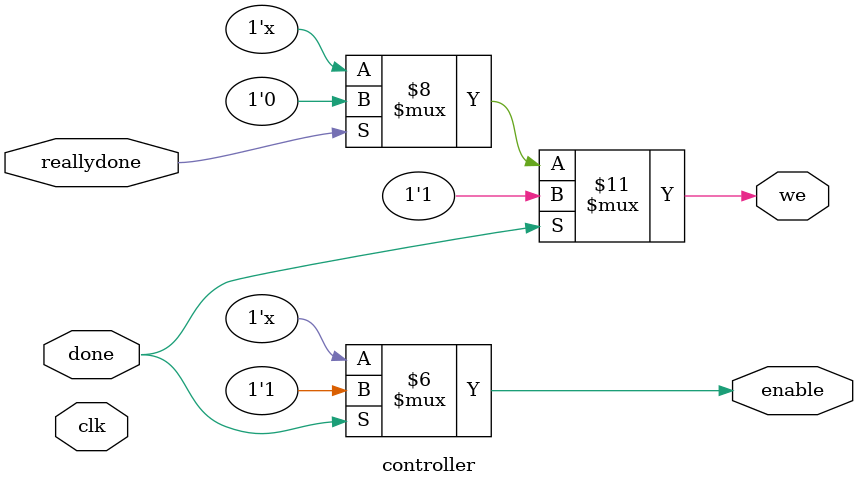
<source format=v>
module controller(clk,done,we,enable,reallydone);
input clk;
output reg enable;
input done;
output reg we;
input reallydone;

initial
begin
we<=0; //write enable
enable=0; //enable the mux2
end

always @(*)begin
	if(done==1)begin//finish the first reading,start writing to ouput 
	//$display("done == 1");
		we<=1;
		enable<=1;
	end
	else if(reallydone==1)begin//finish the second reading,stop all the operation
	//	$display("reallydone == 1");
		we<=0;
	end 
end
endmodule

</source>
